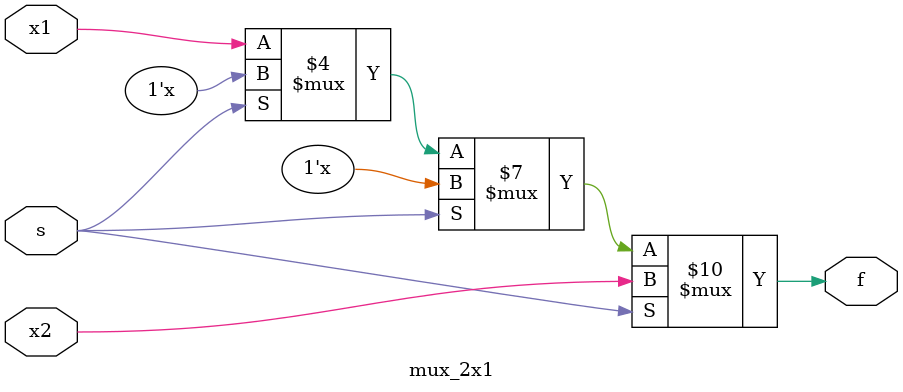
<source format=v>
module dff_using_mux(d,clk,q);
	input d,clk;
	output q;

	wire w1,w2;

	mux_2x1 m0(w1,d,~clk,w1);
	mux_2x1 m1(q,d,clk,w2);

	assign q = w2;
endmodule


module mux_2x1(x1,x2,s,f);
	input x1,x2,s;
	output reg f;

	always@(x1,x2,s) 
		begin
			if(s)
				f=x2;
			else if(!s)
				f=x1;
			else
				f=1'bx;
		end
endmodule
</source>
